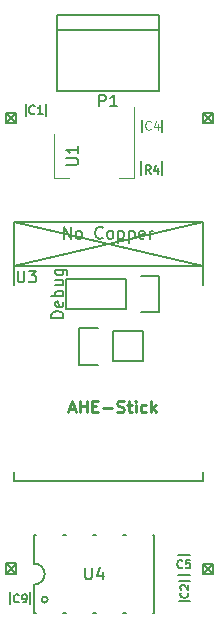
<source format=gbr>
G04 #@! TF.FileFunction,Legend,Top*
%FSLAX46Y46*%
G04 Gerber Fmt 4.6, Leading zero omitted, Abs format (unit mm)*
G04 Created by KiCad (PCBNEW 4.0.4-stable) date 12/28/16 21:00:51*
%MOMM*%
%LPD*%
G01*
G04 APERTURE LIST*
%ADD10C,0.100000*%
%ADD11C,0.127000*%
%ADD12C,0.250000*%
%ADD13C,0.120000*%
%ADD14C,0.150000*%
%ADD15C,0.152400*%
%ADD16C,0.125000*%
G04 APERTURE END LIST*
D10*
D11*
X159785000Y-100660000D02*
X158910000Y-99785000D01*
X159785000Y-99785000D02*
X158910000Y-99785000D01*
X159760000Y-99810000D02*
X158910000Y-100660000D01*
X158910000Y-100660000D02*
X158910000Y-99785000D01*
X158910000Y-100660000D02*
X159785000Y-100660000D01*
X159785000Y-100660000D02*
X159785000Y-99785000D01*
X143105000Y-100640000D02*
X143105000Y-99765000D01*
X142230000Y-100640000D02*
X143105000Y-100640000D01*
X142230000Y-100640000D02*
X142230000Y-99765000D01*
X143080000Y-99790000D02*
X142230000Y-100640000D01*
X143105000Y-99765000D02*
X142230000Y-99765000D01*
X143105000Y-100640000D02*
X142230000Y-99765000D01*
D12*
X147593333Y-86696667D02*
X148069524Y-86696667D01*
X147498095Y-86982381D02*
X147831428Y-85982381D01*
X148164762Y-86982381D01*
X148498095Y-86982381D02*
X148498095Y-85982381D01*
X148498095Y-86458571D02*
X149069524Y-86458571D01*
X149069524Y-86982381D02*
X149069524Y-85982381D01*
X149545714Y-86458571D02*
X149879048Y-86458571D01*
X150021905Y-86982381D02*
X149545714Y-86982381D01*
X149545714Y-85982381D01*
X150021905Y-85982381D01*
X150450476Y-86601429D02*
X151212381Y-86601429D01*
X151640952Y-86934762D02*
X151783809Y-86982381D01*
X152021905Y-86982381D01*
X152117143Y-86934762D01*
X152164762Y-86887143D01*
X152212381Y-86791905D01*
X152212381Y-86696667D01*
X152164762Y-86601429D01*
X152117143Y-86553810D01*
X152021905Y-86506190D01*
X151831428Y-86458571D01*
X151736190Y-86410952D01*
X151688571Y-86363333D01*
X151640952Y-86268095D01*
X151640952Y-86172857D01*
X151688571Y-86077619D01*
X151736190Y-86030000D01*
X151831428Y-85982381D01*
X152069524Y-85982381D01*
X152212381Y-86030000D01*
X152498095Y-86315714D02*
X152879047Y-86315714D01*
X152640952Y-85982381D02*
X152640952Y-86839524D01*
X152688571Y-86934762D01*
X152783809Y-86982381D01*
X152879047Y-86982381D01*
X153212381Y-86982381D02*
X153212381Y-86315714D01*
X153212381Y-85982381D02*
X153164762Y-86030000D01*
X153212381Y-86077619D01*
X153260000Y-86030000D01*
X153212381Y-85982381D01*
X153212381Y-86077619D01*
X154117143Y-86934762D02*
X154021905Y-86982381D01*
X153831428Y-86982381D01*
X153736190Y-86934762D01*
X153688571Y-86887143D01*
X153640952Y-86791905D01*
X153640952Y-86506190D01*
X153688571Y-86410952D01*
X153736190Y-86363333D01*
X153831428Y-86315714D01*
X154021905Y-86315714D01*
X154117143Y-86363333D01*
X154545714Y-86982381D02*
X154545714Y-85982381D01*
X154640952Y-86601429D02*
X154926667Y-86982381D01*
X154926667Y-86315714D02*
X154545714Y-86696667D01*
D11*
X143115000Y-62480000D02*
X142240000Y-61605000D01*
X143115000Y-61605000D02*
X142240000Y-61605000D01*
X143090000Y-61630000D02*
X142240000Y-62480000D01*
X142240000Y-62480000D02*
X142240000Y-61605000D01*
X142240000Y-62480000D02*
X143115000Y-62480000D01*
X143115000Y-62480000D02*
X143115000Y-61605000D01*
X159750000Y-62500000D02*
X159750000Y-61625000D01*
X158875000Y-62500000D02*
X159750000Y-62500000D01*
X158875000Y-62500000D02*
X158875000Y-61625000D01*
X159725000Y-61650000D02*
X158875000Y-62500000D01*
X159750000Y-61625000D02*
X158875000Y-61625000D01*
X159750000Y-62500000D02*
X158875000Y-61625000D01*
D13*
X146265000Y-67160000D02*
X147525000Y-67160000D01*
X153085000Y-67160000D02*
X151825000Y-67160000D01*
X146265000Y-63400000D02*
X146265000Y-67160000D01*
X153085000Y-61150000D02*
X153085000Y-67160000D01*
D14*
X145625000Y-61875000D02*
X145625000Y-60875000D01*
X143925000Y-60875000D02*
X143925000Y-61875000D01*
X144620000Y-101564000D02*
X144620000Y-103977000D01*
X144620000Y-99786000D02*
X144620000Y-97373000D01*
X144620000Y-101564000D02*
G75*
G03X145509000Y-100675000I0J889000D01*
G01*
X145509000Y-100675000D02*
G75*
G03X144620000Y-99786000I-889000J0D01*
G01*
X145763000Y-102834000D02*
G75*
G03X145763000Y-102834000I-254000J0D01*
G01*
X154780000Y-103977000D02*
X154653000Y-103977000D01*
X152113000Y-103977000D02*
X152367000Y-103977000D01*
X149573000Y-103977000D02*
X149827000Y-103977000D01*
X147033000Y-103977000D02*
X147287000Y-103977000D01*
X144620000Y-103977000D02*
X144747000Y-103977000D01*
X144620000Y-97373000D02*
X144747000Y-97373000D01*
X154780000Y-97373000D02*
X154653000Y-97373000D01*
X152113000Y-97373000D02*
X152367000Y-97373000D01*
X149573000Y-97373000D02*
X149827000Y-97373000D01*
X147033000Y-97373000D02*
X147287000Y-97373000D01*
X154780000Y-103977000D02*
X154780000Y-97373000D01*
X157840000Y-101270000D02*
X156840000Y-101270000D01*
X156840000Y-102970000D02*
X157840000Y-102970000D01*
X153725000Y-62250000D02*
X153725000Y-63250000D01*
X155425000Y-63250000D02*
X155425000Y-62250000D01*
X156820000Y-100720000D02*
X157820000Y-100720000D01*
X157820000Y-99020000D02*
X156820000Y-99020000D01*
X142600000Y-102225000D02*
X142600000Y-103225000D01*
X144300000Y-103225000D02*
X144300000Y-102225000D01*
X148430000Y-82950000D02*
X149980000Y-82950000D01*
X153790000Y-82670000D02*
X151250000Y-82670000D01*
X151250000Y-82670000D02*
X151250000Y-80130000D01*
X149980000Y-79850000D02*
X148430000Y-79850000D01*
X148430000Y-79850000D02*
X148430000Y-82950000D01*
X151250000Y-80130000D02*
X153790000Y-80130000D01*
X153790000Y-80130000D02*
X153790000Y-82670000D01*
X153660000Y-78510000D02*
X155210000Y-78510000D01*
X155210000Y-78510000D02*
X155210000Y-75410000D01*
X155210000Y-75410000D02*
X153660000Y-75410000D01*
X152390000Y-78230000D02*
X147310000Y-78230000D01*
X147310000Y-78230000D02*
X147310000Y-75690000D01*
X147310000Y-75690000D02*
X152390000Y-75690000D01*
X152390000Y-75690000D02*
X152390000Y-78230000D01*
X155450000Y-65725000D02*
X155450000Y-66925000D01*
X153700000Y-66925000D02*
X153700000Y-65725000D01*
D15*
X142950000Y-70825000D02*
X158950000Y-70825000D01*
X158950000Y-70825000D02*
X158950000Y-76225000D01*
X142950000Y-70825000D02*
X142950000Y-76225000D01*
X142950000Y-92025000D02*
X142950000Y-92825000D01*
X142950000Y-92825000D02*
X158950000Y-92825000D01*
X158950000Y-92825000D02*
X158950000Y-92025000D01*
X158950000Y-70825000D02*
X142950000Y-74625000D01*
X142950000Y-70825000D02*
X158950000Y-74625000D01*
X142942000Y-74625000D02*
X158942000Y-74625000D01*
D14*
X155210900Y-53362540D02*
X146510900Y-53362540D01*
X155210900Y-59767540D02*
X146510900Y-59767540D01*
X146510900Y-59767540D02*
X146510900Y-53362540D01*
X146510900Y-54592540D02*
X155210900Y-54592540D01*
X155210900Y-53362540D02*
X155210900Y-59767540D01*
X147352381Y-66011905D02*
X148161905Y-66011905D01*
X148257143Y-65964286D01*
X148304762Y-65916667D01*
X148352381Y-65821429D01*
X148352381Y-65630952D01*
X148304762Y-65535714D01*
X148257143Y-65488095D01*
X148161905Y-65440476D01*
X147352381Y-65440476D01*
X148352381Y-64440476D02*
X148352381Y-65011905D01*
X148352381Y-64726191D02*
X147352381Y-64726191D01*
X147495238Y-64821429D01*
X147590476Y-64916667D01*
X147638095Y-65011905D01*
X144650000Y-61667857D02*
X144614286Y-61703571D01*
X144507143Y-61739286D01*
X144435714Y-61739286D01*
X144328571Y-61703571D01*
X144257143Y-61632143D01*
X144221428Y-61560714D01*
X144185714Y-61417857D01*
X144185714Y-61310714D01*
X144221428Y-61167857D01*
X144257143Y-61096429D01*
X144328571Y-61025000D01*
X144435714Y-60989286D01*
X144507143Y-60989286D01*
X144614286Y-61025000D01*
X144650000Y-61060714D01*
X145364286Y-61739286D02*
X144935714Y-61739286D01*
X145150000Y-61739286D02*
X145150000Y-60989286D01*
X145078571Y-61096429D01*
X145007143Y-61167857D01*
X144935714Y-61203571D01*
X148938095Y-100127381D02*
X148938095Y-100936905D01*
X148985714Y-101032143D01*
X149033333Y-101079762D01*
X149128571Y-101127381D01*
X149319048Y-101127381D01*
X149414286Y-101079762D01*
X149461905Y-101032143D01*
X149509524Y-100936905D01*
X149509524Y-100127381D01*
X150414286Y-100460714D02*
X150414286Y-101127381D01*
X150176190Y-100079762D02*
X149938095Y-100794048D01*
X150557143Y-100794048D01*
X157615000Y-102246666D02*
X157648333Y-102280000D01*
X157681667Y-102380000D01*
X157681667Y-102446666D01*
X157648333Y-102546666D01*
X157581667Y-102613333D01*
X157515000Y-102646666D01*
X157381667Y-102680000D01*
X157281667Y-102680000D01*
X157148333Y-102646666D01*
X157081667Y-102613333D01*
X157015000Y-102546666D01*
X156981667Y-102446666D01*
X156981667Y-102380000D01*
X157015000Y-102280000D01*
X157048333Y-102246666D01*
X157048333Y-101980000D02*
X157015000Y-101946666D01*
X156981667Y-101880000D01*
X156981667Y-101713333D01*
X157015000Y-101646666D01*
X157048333Y-101613333D01*
X157115000Y-101580000D01*
X157181667Y-101580000D01*
X157281667Y-101613333D01*
X157681667Y-102013333D01*
X157681667Y-101580000D01*
D16*
X154500000Y-62992857D02*
X154464286Y-63028571D01*
X154357143Y-63064286D01*
X154285714Y-63064286D01*
X154178571Y-63028571D01*
X154107143Y-62957143D01*
X154071428Y-62885714D01*
X154035714Y-62742857D01*
X154035714Y-62635714D01*
X154071428Y-62492857D01*
X154107143Y-62421429D01*
X154178571Y-62350000D01*
X154285714Y-62314286D01*
X154357143Y-62314286D01*
X154464286Y-62350000D01*
X154500000Y-62385714D01*
X155142857Y-62564286D02*
X155142857Y-63064286D01*
X154964286Y-62278571D02*
X154785714Y-62814286D01*
X155250000Y-62814286D01*
D14*
X157173334Y-100110000D02*
X157140000Y-100143333D01*
X157040000Y-100176667D01*
X156973334Y-100176667D01*
X156873334Y-100143333D01*
X156806667Y-100076667D01*
X156773334Y-100010000D01*
X156740000Y-99876667D01*
X156740000Y-99776667D01*
X156773334Y-99643333D01*
X156806667Y-99576667D01*
X156873334Y-99510000D01*
X156973334Y-99476667D01*
X157040000Y-99476667D01*
X157140000Y-99510000D01*
X157173334Y-99543333D01*
X157806667Y-99476667D02*
X157473334Y-99476667D01*
X157440000Y-99810000D01*
X157473334Y-99776667D01*
X157540000Y-99743333D01*
X157706667Y-99743333D01*
X157773334Y-99776667D01*
X157806667Y-99810000D01*
X157840000Y-99876667D01*
X157840000Y-100043333D01*
X157806667Y-100110000D01*
X157773334Y-100143333D01*
X157706667Y-100176667D01*
X157540000Y-100176667D01*
X157473334Y-100143333D01*
X157440000Y-100110000D01*
X143323334Y-103010000D02*
X143290000Y-103043333D01*
X143190000Y-103076667D01*
X143123334Y-103076667D01*
X143023334Y-103043333D01*
X142956667Y-102976667D01*
X142923334Y-102910000D01*
X142890000Y-102776667D01*
X142890000Y-102676667D01*
X142923334Y-102543333D01*
X142956667Y-102476667D01*
X143023334Y-102410000D01*
X143123334Y-102376667D01*
X143190000Y-102376667D01*
X143290000Y-102410000D01*
X143323334Y-102443333D01*
X143656667Y-103076667D02*
X143790000Y-103076667D01*
X143856667Y-103043333D01*
X143890000Y-103010000D01*
X143956667Y-102910000D01*
X143990000Y-102776667D01*
X143990000Y-102510000D01*
X143956667Y-102443333D01*
X143923334Y-102410000D01*
X143856667Y-102376667D01*
X143723334Y-102376667D01*
X143656667Y-102410000D01*
X143623334Y-102443333D01*
X143590000Y-102510000D01*
X143590000Y-102676667D01*
X143623334Y-102743333D01*
X143656667Y-102776667D01*
X143723334Y-102810000D01*
X143856667Y-102810000D01*
X143923334Y-102776667D01*
X143956667Y-102743333D01*
X143990000Y-102676667D01*
X147082381Y-78997619D02*
X146082381Y-78997619D01*
X146082381Y-78759524D01*
X146130000Y-78616666D01*
X146225238Y-78521428D01*
X146320476Y-78473809D01*
X146510952Y-78426190D01*
X146653810Y-78426190D01*
X146844286Y-78473809D01*
X146939524Y-78521428D01*
X147034762Y-78616666D01*
X147082381Y-78759524D01*
X147082381Y-78997619D01*
X147034762Y-77616666D02*
X147082381Y-77711904D01*
X147082381Y-77902381D01*
X147034762Y-77997619D01*
X146939524Y-78045238D01*
X146558571Y-78045238D01*
X146463333Y-77997619D01*
X146415714Y-77902381D01*
X146415714Y-77711904D01*
X146463333Y-77616666D01*
X146558571Y-77569047D01*
X146653810Y-77569047D01*
X146749048Y-78045238D01*
X147082381Y-77140476D02*
X146082381Y-77140476D01*
X146463333Y-77140476D02*
X146415714Y-77045238D01*
X146415714Y-76854761D01*
X146463333Y-76759523D01*
X146510952Y-76711904D01*
X146606190Y-76664285D01*
X146891905Y-76664285D01*
X146987143Y-76711904D01*
X147034762Y-76759523D01*
X147082381Y-76854761D01*
X147082381Y-77045238D01*
X147034762Y-77140476D01*
X146415714Y-75807142D02*
X147082381Y-75807142D01*
X146415714Y-76235714D02*
X146939524Y-76235714D01*
X147034762Y-76188095D01*
X147082381Y-76092857D01*
X147082381Y-75949999D01*
X147034762Y-75854761D01*
X146987143Y-75807142D01*
X146415714Y-74902380D02*
X147225238Y-74902380D01*
X147320476Y-74949999D01*
X147368095Y-74997618D01*
X147415714Y-75092857D01*
X147415714Y-75235714D01*
X147368095Y-75330952D01*
X147034762Y-74902380D02*
X147082381Y-74997618D01*
X147082381Y-75188095D01*
X147034762Y-75283333D01*
X146987143Y-75330952D01*
X146891905Y-75378571D01*
X146606190Y-75378571D01*
X146510952Y-75330952D01*
X146463333Y-75283333D01*
X146415714Y-75188095D01*
X146415714Y-74997618D01*
X146463333Y-74902380D01*
X154483334Y-66766667D02*
X154250000Y-66433333D01*
X154083334Y-66766667D02*
X154083334Y-66066667D01*
X154350000Y-66066667D01*
X154416667Y-66100000D01*
X154450000Y-66133333D01*
X154483334Y-66200000D01*
X154483334Y-66300000D01*
X154450000Y-66366667D01*
X154416667Y-66400000D01*
X154350000Y-66433333D01*
X154083334Y-66433333D01*
X155083334Y-66300000D02*
X155083334Y-66766667D01*
X154916667Y-66033333D02*
X154750000Y-66533333D01*
X155183334Y-66533333D01*
X143213095Y-74977381D02*
X143213095Y-75786905D01*
X143260714Y-75882143D01*
X143308333Y-75929762D01*
X143403571Y-75977381D01*
X143594048Y-75977381D01*
X143689286Y-75929762D01*
X143736905Y-75882143D01*
X143784524Y-75786905D01*
X143784524Y-74977381D01*
X144165476Y-74977381D02*
X144784524Y-74977381D01*
X144451190Y-75358333D01*
X144594048Y-75358333D01*
X144689286Y-75405952D01*
X144736905Y-75453571D01*
X144784524Y-75548810D01*
X144784524Y-75786905D01*
X144736905Y-75882143D01*
X144689286Y-75929762D01*
X144594048Y-75977381D01*
X144308333Y-75977381D01*
X144213095Y-75929762D01*
X144165476Y-75882143D01*
X147127714Y-72277381D02*
X147127714Y-71277381D01*
X147699143Y-72277381D01*
X147699143Y-71277381D01*
X148318190Y-72277381D02*
X148222952Y-72229762D01*
X148175333Y-72182143D01*
X148127714Y-72086905D01*
X148127714Y-71801190D01*
X148175333Y-71705952D01*
X148222952Y-71658333D01*
X148318190Y-71610714D01*
X148461048Y-71610714D01*
X148556286Y-71658333D01*
X148603905Y-71705952D01*
X148651524Y-71801190D01*
X148651524Y-72086905D01*
X148603905Y-72182143D01*
X148556286Y-72229762D01*
X148461048Y-72277381D01*
X148318190Y-72277381D01*
X150413429Y-72182143D02*
X150365810Y-72229762D01*
X150222953Y-72277381D01*
X150127715Y-72277381D01*
X149984857Y-72229762D01*
X149889619Y-72134524D01*
X149842000Y-72039286D01*
X149794381Y-71848810D01*
X149794381Y-71705952D01*
X149842000Y-71515476D01*
X149889619Y-71420238D01*
X149984857Y-71325000D01*
X150127715Y-71277381D01*
X150222953Y-71277381D01*
X150365810Y-71325000D01*
X150413429Y-71372619D01*
X150984857Y-72277381D02*
X150889619Y-72229762D01*
X150842000Y-72182143D01*
X150794381Y-72086905D01*
X150794381Y-71801190D01*
X150842000Y-71705952D01*
X150889619Y-71658333D01*
X150984857Y-71610714D01*
X151127715Y-71610714D01*
X151222953Y-71658333D01*
X151270572Y-71705952D01*
X151318191Y-71801190D01*
X151318191Y-72086905D01*
X151270572Y-72182143D01*
X151222953Y-72229762D01*
X151127715Y-72277381D01*
X150984857Y-72277381D01*
X151746762Y-71610714D02*
X151746762Y-72610714D01*
X151746762Y-71658333D02*
X151842000Y-71610714D01*
X152032477Y-71610714D01*
X152127715Y-71658333D01*
X152175334Y-71705952D01*
X152222953Y-71801190D01*
X152222953Y-72086905D01*
X152175334Y-72182143D01*
X152127715Y-72229762D01*
X152032477Y-72277381D01*
X151842000Y-72277381D01*
X151746762Y-72229762D01*
X152651524Y-71610714D02*
X152651524Y-72610714D01*
X152651524Y-71658333D02*
X152746762Y-71610714D01*
X152937239Y-71610714D01*
X153032477Y-71658333D01*
X153080096Y-71705952D01*
X153127715Y-71801190D01*
X153127715Y-72086905D01*
X153080096Y-72182143D01*
X153032477Y-72229762D01*
X152937239Y-72277381D01*
X152746762Y-72277381D01*
X152651524Y-72229762D01*
X153937239Y-72229762D02*
X153842001Y-72277381D01*
X153651524Y-72277381D01*
X153556286Y-72229762D01*
X153508667Y-72134524D01*
X153508667Y-71753571D01*
X153556286Y-71658333D01*
X153651524Y-71610714D01*
X153842001Y-71610714D01*
X153937239Y-71658333D01*
X153984858Y-71753571D01*
X153984858Y-71848810D01*
X153508667Y-71944048D01*
X154413429Y-72277381D02*
X154413429Y-71610714D01*
X154413429Y-71801190D02*
X154461048Y-71705952D01*
X154508667Y-71658333D01*
X154603905Y-71610714D01*
X154699144Y-71610714D01*
X150121905Y-61082381D02*
X150121905Y-60082381D01*
X150502858Y-60082381D01*
X150598096Y-60130000D01*
X150645715Y-60177619D01*
X150693334Y-60272857D01*
X150693334Y-60415714D01*
X150645715Y-60510952D01*
X150598096Y-60558571D01*
X150502858Y-60606190D01*
X150121905Y-60606190D01*
X151645715Y-61082381D02*
X151074286Y-61082381D01*
X151360000Y-61082381D02*
X151360000Y-60082381D01*
X151264762Y-60225238D01*
X151169524Y-60320476D01*
X151074286Y-60368095D01*
M02*

</source>
